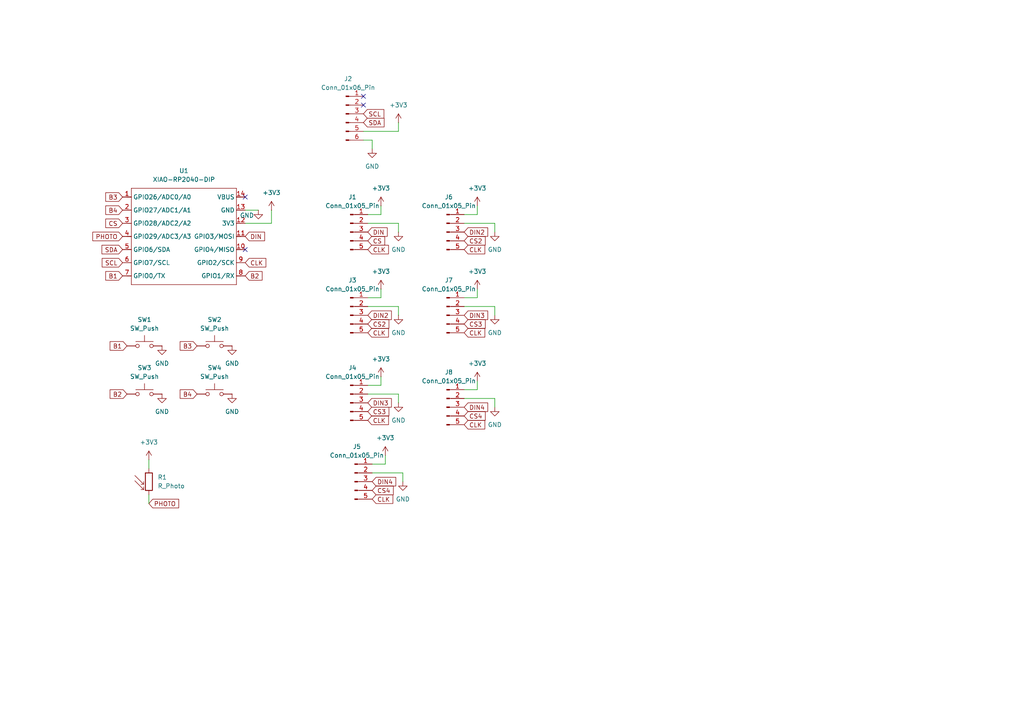
<source format=kicad_sch>
(kicad_sch (version 20250114) (generator "eeschema") (generator_version "9.0")
  (paper "A4")
  (lib_symbols
    (symbol "Connector:Conn_01x05_Pin" (pin_names (offset 1.016) (hide yes))
      (property "Reference" "J" (at 0 7.62 0))
      (property "Value" "Conn_01x05_Pin" (at 0 -7.62 0))
      (symbol "Conn_01x05_Pin_1_1"
        (rectangle (start 0.8636 5.207) (end 0 4.953) (stroke (width 0.1524)) (fill (type outline)))
        (rectangle (start 0.8636 2.667) (end 0 2.413) (stroke (width 0.1524)) (fill (type outline)))
        (rectangle (start 0.8636 0.127) (end 0 -0.127) (stroke (width 0.1524)) (fill (type outline)))
        (rectangle (start 0.8636 -2.413) (end 0 -2.667) (stroke (width 0.1524)) (fill (type outline)))
        (rectangle (start 0.8636 -4.953) (end 0 -5.207) (stroke (width 0.1524)) (fill (type outline)))
        (polyline (pts (xy 1.27 5.08) (xy 0.8636 5.08)) (stroke (width 0.1524)))
        (polyline (pts (xy 1.27 2.54) (xy 0.8636 2.54)) (stroke (width 0.1524)))
        (polyline (pts (xy 1.27 0) (xy 0.8636 0)) (stroke (width 0.1524)))
        (polyline (pts (xy 1.27 -2.54) (xy 0.8636 -2.54)) (stroke (width 0.1524)))
        (polyline (pts (xy 1.27 -5.08) (xy 0.8636 -5.08)) (stroke (width 0.1524)))
        (pin passive line (at 5.08 5.08 180) (length 3.81) (name "Pin_1") (number "1"))
        (pin passive line (at 5.08 2.54 180) (length 3.81) (name "Pin_2") (number "2"))
        (pin passive line (at 5.08 0 180) (length 3.81) (name "Pin_3") (number "3"))
        (pin passive line (at 5.08 -2.54 180) (length 3.81) (name "Pin_4") (number "4"))
        (pin passive line (at 5.08 -5.08 180) (length 3.81) (name "Pin_5") (number "5"))
      )
    )
    (symbol "Connector:Conn_01x06_Pin" (pin_names (offset 1.016) (hide yes))
      (property "Reference" "J" (at 0 7.62 0))
      (property "Value" "Conn_01x06_Pin" (at 0 -10.16 0))
      (symbol "Conn_01x06_Pin_1_1"
        (rectangle (start 0.8636 5.207) (end 0 4.953) (stroke (width 0.1524)) (fill (type outline)))
        (rectangle (start 0.8636 2.667) (end 0 2.413) (stroke (width 0.1524)) (fill (type outline)))
        (rectangle (start 0.8636 0.127) (end 0 -0.127) (stroke (width 0.1524)) (fill (type outline)))
        (rectangle (start 0.8636 -2.413) (end 0 -2.667) (stroke (width 0.1524)) (fill (type outline)))
        (rectangle (start 0.8636 -4.953) (end 0 -5.207) (stroke (width 0.1524)) (fill (type outline)))
        (rectangle (start 0.8636 -7.493) (end 0 -7.747) (stroke (width 0.1524)) (fill (type outline)))
        (polyline (pts (xy 1.27 5.08) (xy 0.8636 5.08)) (stroke (width 0.1524)))
        (polyline (pts (xy 1.27 2.54) (xy 0.8636 2.54)) (stroke (width 0.1524)))
        (polyline (pts (xy 1.27 0) (xy 0.8636 0)) (stroke (width 0.1524)))
        (polyline (pts (xy 1.27 -2.54) (xy 0.8636 -2.54)) (stroke (width 0.1524)))
        (polyline (pts (xy 1.27 -5.08) (xy 0.8636 -5.08)) (stroke (width 0.1524)))
        (polyline (pts (xy 1.27 -7.62) (xy 0.8636 -7.62)) (stroke (width 0.1524)))
        (pin passive line (at 5.08 5.08 180) (length 3.81) (name "Pin_1") (number "1"))
        (pin passive line (at 5.08 2.54 180) (length 3.81) (name "Pin_2") (number "2"))
        (pin passive line (at 5.08 0 180) (length 3.81) (name "Pin_3") (number "3"))
        (pin passive line (at 5.08 -2.54 180) (length 3.81) (name "Pin_4") (number "4"))
        (pin passive line (at 5.08 -5.08 180) (length 3.81) (name "Pin_5") (number "5"))
        (pin passive line (at 5.08 -7.62 180) (length 3.81) (name "Pin_6") (number "6"))
      )
    )
    (symbol "Device:R_Photo" (pin_numbers (hide yes)) (pin_names (offset 0))
      (property "Reference" "R" (at 1.27 1.27 0))
      (property "Value" "R_Photo" (at 1.27 0 0))
      (symbol "R_Photo_0_1"
        (polyline (pts (xy -1.524 -0.762) (xy -4.064 1.778)))
        (polyline (pts (xy -1.524 -0.762) (xy -2.286 -0.762)))
        (polyline (pts (xy -1.524 -0.762) (xy -1.524 0)))
        (polyline (pts (xy -1.524 -2.286) (xy -4.064 0.254)))
        (polyline (pts (xy -1.524 -2.286) (xy -2.286 -2.286)))
        (polyline (pts (xy -1.524 -2.286) (xy -1.524 -1.524)))
        (rectangle (start -1.016 2.54) (end 1.016 -2.54) (stroke (width 0.254)))
      )
      (symbol "R_Photo_1_1"
        (pin passive line (at 0 3.81 270) (length 1.27) (name "~") (number "1"))
        (pin passive line (at 0 -3.81 90) (length 1.27) (name "~") (number "2"))
      )
    )
    (symbol "Seeed_Studio_XIAO_Series:XIAO-RP2040-DIP"
      (property "Reference" "U" (at 0 0 0))
      (property "Value" "XIAO-RP2040-DIP" (at 5.334 -1.778 0))
      (symbol "XIAO-RP2040-DIP_1_0"
        (polyline (pts (xy -1.27 -2.54) (xy 29.21 -2.54)) (stroke (width 0.1524)))
        (polyline (pts (xy -1.27 -5.08) (xy -2.54 -5.08)) (stroke (width 0.1524)))
        (polyline (pts (xy -1.27 -5.08) (xy -1.27 -2.54)) (stroke (width 0.1524)))
        (polyline (pts (xy -1.27 -8.89) (xy -2.54 -8.89)) (stroke (width 0.1524)))
        (polyline (pts (xy -1.27 -8.89) (xy -1.27 -5.08)) (stroke (width 0.1524)))
        (polyline (pts (xy -1.27 -12.7) (xy -2.54 -12.7)) (stroke (width 0.1524)))
        (polyline (pts (xy -1.27 -12.7) (xy -1.27 -8.89)) (stroke (width 0.1524)))
        (polyline (pts (xy -1.27 -16.51) (xy -2.54 -16.51)) (stroke (width 0.1524)))
        (polyline (pts (xy -1.27 -16.51) (xy -1.27 -12.7)) (stroke (width 0.1524)))
        (polyline (pts (xy -1.27 -20.32) (xy -2.54 -20.32)) (stroke (width 0.1524)))
        (polyline (pts (xy -1.27 -24.13) (xy -2.54 -24.13)) (stroke (width 0.1524)))
        (polyline (pts (xy -1.27 -27.94) (xy -2.54 -27.94)) (stroke (width 0.1524)))
        (polyline (pts (xy -1.27 -30.48) (xy -1.27 -16.51)) (stroke (width 0.1524)))
        (polyline (pts (xy 29.21 -2.54) (xy 29.21 -5.08)) (stroke (width 0.1524)))
        (polyline (pts (xy 29.21 -5.08) (xy 29.21 -8.89)) (stroke (width 0.1524)))
        (polyline (pts (xy 29.21 -8.89) (xy 29.21 -12.7)) (stroke (width 0.1524)))
        (polyline (pts (xy 29.21 -12.7) (xy 29.21 -30.48)) (stroke (width 0.1524)))
        (polyline (pts (xy 29.21 -30.48) (xy -1.27 -30.48)) (stroke (width 0.1524)))
        (polyline (pts (xy 30.48 -5.08) (xy 29.21 -5.08)) (stroke (width 0.1524)))
        (polyline (pts (xy 30.48 -8.89) (xy 29.21 -8.89)) (stroke (width 0.1524)))
        (polyline (pts (xy 30.48 -12.7) (xy 29.21 -12.7)) (stroke (width 0.1524)))
        (polyline (pts (xy 30.48 -16.51) (xy 29.21 -16.51)) (stroke (width 0.1524)))
        (polyline (pts (xy 30.48 -20.32) (xy 29.21 -20.32)) (stroke (width 0.1524)))
        (polyline (pts (xy 30.48 -24.13) (xy 29.21 -24.13)) (stroke (width 0.1524)))
        (polyline (pts (xy 30.48 -27.94) (xy 29.21 -27.94)) (stroke (width 0.1524)))
        (pin passive line (at -3.81 -5.08 0) (length 2.54) (name "GPIO26/ADC0/A0") (number "1"))
        (pin passive line (at -3.81 -8.89 0) (length 2.54) (name "GPIO27/ADC1/A1") (number "2"))
        (pin passive line (at -3.81 -12.7 0) (length 2.54) (name "GPIO28/ADC2/A2") (number "3"))
        (pin passive line (at -3.81 -16.51 0) (length 2.54) (name "GPIO29/ADC3/A3") (number "4"))
        (pin passive line (at -3.81 -20.32 0) (length 2.54) (name "GPIO6/SDA") (number "5"))
        (pin passive line (at -3.81 -24.13 0) (length 2.54) (name "GPIO7/SCL") (number "6"))
        (pin passive line (at -3.81 -27.94 0) (length 2.54) (name "GPIO0/TX") (number "7"))
        (pin passive line (at 31.75 -5.08 180) (length 2.54) (name "VBUS") (number "14"))
        (pin passive line (at 31.75 -8.89 180) (length 2.54) (name "GND") (number "13"))
        (pin passive line (at 31.75 -12.7 180) (length 2.54) (name "3V3") (number "12"))
        (pin passive line (at 31.75 -16.51 180) (length 2.54) (name "GPIO3/MOSI") (number "11"))
        (pin passive line (at 31.75 -20.32 180) (length 2.54) (name "GPIO4/MISO") (number "10"))
        (pin passive line (at 31.75 -24.13 180) (length 2.54) (name "GPIO2/SCK") (number "9"))
        (pin passive line (at 31.75 -27.94 180) (length 2.54) (name "GPIO1/RX") (number "8"))
      )
    )
    (symbol "Switch:SW_Push" (pin_numbers (hide yes)) (pin_names (offset 1.016) (hide yes))
      (property "Reference" "SW" (at 1.27 2.54 0))
      (property "Value" "SW_Push" (at 0 -1.524 0))
      (symbol "SW_Push_0_1"
        (circle (center -2.032 0) (radius 0.508))
        (polyline (pts (xy 0 1.27) (xy 0 3.048)))
        (circle (center 2.032 0) (radius 0.508))
        (polyline (pts (xy 2.54 1.27) (xy -2.54 1.27)))
        (pin passive line (at -5.08 0 0) (length 2.54) (name "1") (number "1"))
        (pin passive line (at 5.08 0 180) (length 2.54) (name "2") (number "2"))
      )
    )
    (symbol "power:+3V3" (power) (pin_numbers (hide yes)) (pin_names (offset 0) (hide yes))
      (property "Value" "+3V3" (at 0 3.556 0))
      (symbol "+3V3_0_1"
        (polyline (pts (xy -0.762 1.27) (xy 0 2.54)))
        (polyline (pts (xy 0 2.54) (xy 0.762 1.27)))
        (polyline (pts (xy 0 0) (xy 0 2.54)))
      )
      (symbol "+3V3_1_1"
        (pin power_in line (at 0 0 90) (length 0) (name "~") (number "1"))
      )
    )
    (symbol "power:GND" (power) (pin_numbers (hide yes)) (pin_names (offset 0) (hide yes))
      (property "Value" "GND" (at 0 -3.81 0))
      (symbol "GND_0_1"
        (polyline (pts (xy 0 0) (xy 0 -1.27) (xy 1.27 -1.27) (xy 0 -2.54) (xy -1.27 -1.27) (xy 0 -1.27)))
      )
      (symbol "GND_1_1"
        (pin power_in line (at 0 0 270) (length 0) (name "~") (number "1"))
      )
    )
  )
  (no_connect (at 71.12 72.39))
  (no_connect (at 105.41 27.94))
  (no_connect (at 71.12 57.15))
  (no_connect (at 105.41 30.48))
  (wire (pts (xy 138.43 59.69) (xy 138.43 62.23)))
  (wire (pts (xy 110.49 59.69) (xy 110.49 62.23)))
  (wire (pts (xy 106.68 64.77) (xy 115.57 64.77)))
  (wire (pts (xy 107.95 40.64) (xy 107.95 43.18)))
  (wire (pts (xy 111.76 132.08) (xy 111.76 134.62)))
  (wire (pts (xy 115.57 88.9) (xy 115.57 91.44)))
  (wire (pts (xy 43.18 146.05) (xy 43.18 143.51)))
  (wire (pts (xy 143.51 88.9) (xy 143.51 91.44)))
  (wire (pts (xy 110.49 62.23) (xy 106.68 62.23)))
  (wire (pts (xy 105.41 38.1) (xy 115.57 38.1)))
  (wire (pts (xy 138.43 86.36) (xy 134.62 86.36)))
  (wire (pts (xy 107.95 137.16) (xy 116.84 137.16)))
  (wire (pts (xy 143.51 64.77) (xy 143.51 67.31)))
  (wire (pts (xy 106.68 88.9) (xy 115.57 88.9)))
  (wire (pts (xy 111.76 134.62) (xy 107.95 134.62)))
  (wire (pts (xy 138.43 110.49) (xy 138.43 113.03)))
  (wire (pts (xy 138.43 83.82) (xy 138.43 86.36)))
  (wire (pts (xy 115.57 35.56) (xy 115.57 38.1)))
  (wire (pts (xy 71.12 64.77) (xy 78.74 64.77)))
  (wire (pts (xy 138.43 113.03) (xy 134.62 113.03)))
  (wire (pts (xy 78.74 60.96) (xy 78.74 64.77)))
  (wire (pts (xy 106.68 114.3) (xy 115.57 114.3)))
  (wire (pts (xy 134.62 88.9) (xy 143.51 88.9)))
  (wire (pts (xy 116.84 137.16) (xy 116.84 139.7)))
  (wire (pts (xy 115.57 114.3) (xy 115.57 116.84)))
  (wire (pts (xy 110.49 86.36) (xy 106.68 86.36)))
  (wire (pts (xy 143.51 115.57) (xy 143.51 118.11)))
  (wire (pts (xy 138.43 62.23) (xy 134.62 62.23)))
  (wire (pts (xy 115.57 64.77) (xy 115.57 67.31)))
  (wire (pts (xy 43.18 133.35) (xy 43.18 135.89)))
  (wire (pts (xy 110.49 109.22) (xy 110.49 111.76)))
  (wire (pts (xy 110.49 83.82) (xy 110.49 86.36)))
  (wire (pts (xy 110.49 111.76) (xy 106.68 111.76)))
  (wire (pts (xy 105.41 40.64) (xy 107.95 40.64)))
  (wire (pts (xy 134.62 115.57) (xy 143.51 115.57)))
  (wire (pts (xy 134.62 64.77) (xy 143.51 64.77)))
  (wire (pts (xy 71.12 60.96) (xy 74.93 60.96)))
  (global_label "CLK" (shape input) (at 107.95 144.78 0) (property "Intersheetrefs" "${INTERSHEET_REFS}" (effects (hide yes))))
  (global_label "CS2" (shape input) (at 106.68 93.98 0) (property "Intersheetrefs" "${INTERSHEET_REFS}" (effects (hide yes))))
  (global_label "CLK" (shape input) (at 106.68 72.39 0) (property "Intersheetrefs" "${INTERSHEET_REFS}" (effects (hide yes))))
  (global_label "DIN3" (shape input) (at 134.62 91.44 0) (property "Intersheetrefs" "${INTERSHEET_REFS}" (effects (hide yes))))
  (global_label "SCL" (shape input) (at 35.56 76.2 180) (property "Intersheetrefs" "${INTERSHEET_REFS}" (effects (hide yes))))
  (global_label "CLK" (shape input) (at 134.62 72.39 0) (property "Intersheetrefs" "${INTERSHEET_REFS}" (effects (hide yes))))
  (global_label "DIN3" (shape input) (at 106.68 116.84 0) (property "Intersheetrefs" "${INTERSHEET_REFS}" (effects (hide yes))))
  (global_label "CS3" (shape input) (at 134.62 93.98 0) (property "Intersheetrefs" "${INTERSHEET_REFS}" (effects (hide yes))))
  (global_label "CS" (shape input) (at 35.56 64.77 180) (property "Intersheetrefs" "${INTERSHEET_REFS}" (effects (hide yes))))
  (global_label "B2" (shape input) (at 36.83 114.3 180) (property "Intersheetrefs" "${INTERSHEET_REFS}" (effects (hide yes))))
  (global_label "SDA" (shape input) (at 35.56 72.39 180) (property "Intersheetrefs" "${INTERSHEET_REFS}" (effects (hide yes))))
  (global_label "DIN" (shape input) (at 106.68 67.31 0) (property "Intersheetrefs" "${INTERSHEET_REFS}" (effects (hide yes))))
  (global_label "CLK" (shape input) (at 106.68 121.92 0) (property "Intersheetrefs" "${INTERSHEET_REFS}" (effects (hide yes))))
  (global_label "CS2" (shape input) (at 134.62 69.85 0) (property "Intersheetrefs" "${INTERSHEET_REFS}" (effects (hide yes))))
  (global_label "B1" (shape input) (at 35.56 80.01 180) (property "Intersheetrefs" "${INTERSHEET_REFS}" (effects (hide yes))))
  (global_label "CLK" (shape input) (at 134.62 123.19 0) (property "Intersheetrefs" "${INTERSHEET_REFS}" (effects (hide yes))))
  (global_label "CLK" (shape input) (at 134.62 96.52 0) (property "Intersheetrefs" "${INTERSHEET_REFS}" (effects (hide yes))))
  (global_label "CS" (shape input) (at 106.68 69.85 0) (property "Intersheetrefs" "${INTERSHEET_REFS}" (effects (hide yes))))
  (global_label "SCL" (shape input) (at 105.41 33.02 0) (property "Intersheetrefs" "${INTERSHEET_REFS}" (effects (hide yes))))
  (global_label "CS4" (shape input) (at 107.95 142.24 0) (property "Intersheetrefs" "${INTERSHEET_REFS}" (effects (hide yes))))
  (global_label "DIN2" (shape input) (at 106.68 91.44 0) (property "Intersheetrefs" "${INTERSHEET_REFS}" (effects (hide yes))))
  (global_label "B4" (shape input) (at 57.15 114.3 180) (property "Intersheetrefs" "${INTERSHEET_REFS}" (effects (hide yes))))
  (global_label "CS4" (shape input) (at 134.62 120.65 0) (property "Intersheetrefs" "${INTERSHEET_REFS}" (effects (hide yes))))
  (global_label "B3" (shape input) (at 57.15 100.33 180) (property "Intersheetrefs" "${INTERSHEET_REFS}" (effects (hide yes))))
  (global_label "PHOTO" (shape input) (at 43.18 146.05 0) (property "Intersheetrefs" "${INTERSHEET_REFS}" (effects (hide yes))))
  (global_label "CLK" (shape input) (at 106.68 96.52 0) (property "Intersheetrefs" "${INTERSHEET_REFS}" (effects (hide yes))))
  (global_label "DIN4" (shape input) (at 134.62 118.11 0) (property "Intersheetrefs" "${INTERSHEET_REFS}" (effects (hide yes))))
  (global_label "B3" (shape input) (at 35.56 57.15 180) (property "Intersheetrefs" "${INTERSHEET_REFS}" (effects (hide yes))))
  (global_label "SDA" (shape input) (at 105.41 35.56 0) (property "Intersheetrefs" "${INTERSHEET_REFS}" (effects (hide yes))))
  (global_label "DIN" (shape input) (at 71.12 68.58 0) (property "Intersheetrefs" "${INTERSHEET_REFS}" (effects (hide yes))))
  (global_label "CS3" (shape input) (at 106.68 119.38 0) (property "Intersheetrefs" "${INTERSHEET_REFS}" (effects (hide yes))))
  (global_label "CLK" (shape input) (at 71.12 76.2 0) (property "Intersheetrefs" "${INTERSHEET_REFS}" (effects (hide yes))))
  (global_label "DIN2" (shape input) (at 134.62 67.31 0) (property "Intersheetrefs" "${INTERSHEET_REFS}" (effects (hide yes))))
  (global_label "PHOTO" (shape input) (at 35.56 68.58 180) (property "Intersheetrefs" "${INTERSHEET_REFS}" (effects (hide yes))))
  (global_label "B2" (shape input) (at 71.12 80.01 0) (property "Intersheetrefs" "${INTERSHEET_REFS}" (effects (hide yes))))
  (global_label "DIN4" (shape input) (at 107.95 139.7 0) (property "Intersheetrefs" "${INTERSHEET_REFS}" (effects (hide yes))))
  (global_label "B4" (shape input) (at 35.56 60.96 180) (property "Intersheetrefs" "${INTERSHEET_REFS}" (effects (hide yes))))
  (global_label "B1" (shape input) (at 36.83 100.33 180) (property "Intersheetrefs" "${INTERSHEET_REFS}" (effects (hide yes))))
  (symbol (lib_id "power:+3V3") (at 110.49 59.69 0) (unit 1)
    (property "Reference" "#PWR04" (effects (hide yes)))
    (property "Value" "+3V3" (at 110.49 54.61 0))
    (property "Description" "Power symbol creates a global label with name \"+3V3\"" (effects (hide yes)))
  )
  (symbol (lib_id "Connector:Conn_01x05_Pin") (at 129.54 67.31 0) (unit 1)
    (property "Reference" "J6" (at 130.175 57.15 0))
    (property "Value" "Conn_01x05_Pin" (at 130.175 59.69 0))
    (property "Footprint" "Connector_PinHeader_2.54mm:PinHeader_1x05_P2.54mm_Vertical" (effects (hide yes)))
    (property "Description" "Generic connector, single row, 01x05, script generated" (effects (hide yes)))
  )
  (symbol (lib_id "power:+3V3") (at 43.18 133.35 0) (unit 1)
    (property "Reference" "#PWR01" (effects (hide yes)))
    (property "Value" "+3V3" (at 43.18 128.27 0))
    (property "Description" "Power symbol creates a global label with name \"+3V3\"" (effects (hide yes)))
  )
  (symbol (lib_id "power:+3V3") (at 115.57 35.56 0) (unit 1)
    (property "Reference" "#PWR03" (effects (hide yes)))
    (property "Value" "+3V3" (at 115.57 30.48 0))
    (property "Description" "Power symbol creates a global label with name \"+3V3\"" (effects (hide yes)))
  )
  (symbol (lib_id "power:+3V3") (at 110.49 109.22 0) (unit 1)
    (property "Reference" "#PWR014" (effects (hide yes)))
    (property "Value" "+3V3" (at 110.49 104.14 0))
    (property "Description" "Power symbol creates a global label with name \"+3V3\"" (effects (hide yes)))
  )
  (symbol (lib_id "Switch:SW_Push") (at 41.91 100.33 0) (unit 1)
    (property "Reference" "SW1" (at 41.91 92.71 0))
    (property "Value" "SW_Push" (at 41.91 95.25 0))
    (property "Footprint" "Button_Switch_Keyboard:SW_Cherry_MX_1.00u_PCB" (effects (hide yes)))
    (property "Description" "Push button switch, generic, two pins" (effects (hide yes)))
  )
  (symbol (lib_id "power:+3V3") (at 138.43 83.82 0) (unit 1)
    (property "Reference" "#PWR020" (effects (hide yes)))
    (property "Value" "+3V3" (at 138.43 78.74 0))
    (property "Description" "Power symbol creates a global label with name \"+3V3\"" (effects (hide yes)))
  )
  (symbol (lib_id "Connector:Conn_01x05_Pin") (at 101.6 116.84 0) (unit 1)
    (property "Reference" "J4" (at 102.235 106.68 0))
    (property "Value" "Conn_01x05_Pin" (at 102.235 109.22 0))
    (property "Footprint" "Connector_PinHeader_2.54mm:PinHeader_1x05_P2.54mm_Vertical" (effects (hide yes)))
    (property "Description" "Generic connector, single row, 01x05, script generated" (effects (hide yes)))
  )
  (symbol (lib_id "power:GND") (at 143.51 67.31 0) (unit 1)
    (property "Reference" "#PWR019" (effects (hide yes)))
    (property "Value" "GND" (at 143.51 72.39 0))
    (property "Description" "Power symbol creates a global label with name \"GND\" , ground" (effects (hide yes)))
  )
  (symbol (lib_id "power:GND") (at 107.95 43.18 0) (unit 1)
    (property "Reference" "#PWR02" (effects (hide yes)))
    (property "Value" "GND" (at 107.95 48.26 0))
    (property "Description" "Power symbol creates a global label with name \"GND\" , ground" (effects (hide yes)))
  )
  (symbol (lib_id "power:+3V3") (at 138.43 110.49 0) (unit 1)
    (property "Reference" "#PWR022" (effects (hide yes)))
    (property "Value" "+3V3" (at 138.43 105.41 0))
    (property "Description" "Power symbol creates a global label with name \"+3V3\"" (effects (hide yes)))
  )
  (symbol (lib_id "power:GND") (at 115.57 67.31 0) (unit 1)
    (property "Reference" "#PWR05" (effects (hide yes)))
    (property "Value" "GND" (at 115.57 72.39 0))
    (property "Description" "Power symbol creates a global label with name \"GND\" , ground" (effects (hide yes)))
  )
  (symbol (lib_id "power:+3V3") (at 138.43 59.69 0) (unit 1)
    (property "Reference" "#PWR018" (effects (hide yes)))
    (property "Value" "+3V3" (at 138.43 54.61 0))
    (property "Description" "Power symbol creates a global label with name \"+3V3\"" (effects (hide yes)))
  )
  (symbol (lib_id "power:GND") (at 116.84 139.7 0) (unit 1)
    (property "Reference" "#PWR017" (effects (hide yes)))
    (property "Value" "GND" (at 116.84 144.78 0))
    (property "Description" "Power symbol creates a global label with name \"GND\" , ground" (effects (hide yes)))
  )
  (symbol (lib_id "power:GND") (at 67.31 100.33 0) (unit 1)
    (property "Reference" "#PWR07" (effects (hide yes)))
    (property "Value" "GND" (at 67.31 105.41 0))
    (property "Description" "Power symbol creates a global label with name \"GND\" , ground" (effects (hide yes)))
  )
  (symbol (lib_id "power:+3V3") (at 111.76 132.08 0) (unit 1)
    (property "Reference" "#PWR016" (effects (hide yes)))
    (property "Value" "+3V3" (at 111.76 127 0))
    (property "Description" "Power symbol creates a global label with name \"+3V3\"" (effects (hide yes)))
  )
  (symbol (lib_id "power:GND") (at 46.99 114.3 0) (unit 1)
    (property "Reference" "#PWR09" (effects (hide yes)))
    (property "Value" "GND" (at 46.99 119.38 0))
    (property "Description" "Power symbol creates a global label with name \"GND\" , ground" (effects (hide yes)))
  )
  (symbol (lib_id "power:GND") (at 143.51 91.44 0) (unit 1)
    (property "Reference" "#PWR021" (effects (hide yes)))
    (property "Value" "GND" (at 143.51 96.52 0))
    (property "Description" "Power symbol creates a global label with name \"GND\" , ground" (effects (hide yes)))
  )
  (symbol (lib_id "Connector:Conn_01x05_Pin") (at 129.54 91.44 0) (unit 1)
    (property "Reference" "J7" (at 130.175 81.28 0))
    (property "Value" "Conn_01x05_Pin" (at 130.175 83.82 0))
    (property "Footprint" "Connector_PinHeader_2.54mm:PinHeader_1x05_P2.54mm_Vertical" (effects (hide yes)))
    (property "Description" "Generic connector, single row, 01x05, script generated" (effects (hide yes)))
  )
  (symbol (lib_id "power:GND") (at 115.57 91.44 0) (unit 1)
    (property "Reference" "#PWR013" (effects (hide yes)))
    (property "Value" "GND" (at 115.57 96.52 0))
    (property "Description" "Power symbol creates a global label with name \"GND\" , ground" (effects (hide yes)))
  )
  (symbol (lib_id "power:GND") (at 143.51 118.11 0) (unit 1)
    (property "Reference" "#PWR023" (effects (hide yes)))
    (property "Value" "GND" (at 143.51 123.19 0))
    (property "Description" "Power symbol creates a global label with name \"GND\" , ground" (effects (hide yes)))
  )
  (symbol (lib_id "power:+3V3") (at 78.74 60.96 0) (unit 1)
    (property "Reference" "#PWR010" (effects (hide yes)))
    (property "Value" "+3V3" (at 78.74 55.88 0))
    (property "Description" "Power symbol creates a global label with name \"+3V3\"" (effects (hide yes)))
  )
  (symbol (lib_id "power:GND") (at 115.57 116.84 0) (unit 1)
    (property "Reference" "#PWR015" (effects (hide yes)))
    (property "Value" "GND" (at 115.57 121.92 0))
    (property "Description" "Power symbol creates a global label with name \"GND\" , ground" (effects (hide yes)))
  )
  (symbol (lib_id "Connector:Conn_01x06_Pin") (at 100.33 33.02 0) (unit 1)
    (property "Reference" "J2" (at 100.965 22.86 0))
    (property "Value" "Conn_01x06_Pin" (at 100.965 25.4 0))
    (property "Footprint" "Connector_PinHeader_2.54mm:PinHeader_1x06_P2.54mm_Vertical" (effects (hide yes)))
    (property "Description" "Generic connector, single row, 01x06, script generated" (effects (hide yes)))
  )
  (symbol (lib_id "power:GND") (at 74.93 60.96 0) (unit 1)
    (property "Reference" "#PWR011" (effects (hide yes)))
    (property "Value" "GND" (at 71.628 62.484 0))
    (property "Description" "Power symbol creates a global label with name \"GND\" , ground" (effects (hide yes)))
  )
  (symbol (lib_id "Connector:Conn_01x05_Pin") (at 129.54 118.11 0) (unit 1)
    (property "Reference" "J8" (at 130.175 107.95 0))
    (property "Value" "Conn_01x05_Pin" (at 130.175 110.49 0))
    (property "Footprint" "Connector_PinHeader_2.54mm:PinHeader_1x05_P2.54mm_Vertical" (effects (hide yes)))
    (property "Description" "Generic connector, single row, 01x05, script generated" (effects (hide yes)))
  )
  (symbol (lib_id "Switch:SW_Push") (at 41.91 114.3 0) (unit 1)
    (property "Reference" "SW3" (at 41.91 106.68 0))
    (property "Value" "SW_Push" (at 41.91 109.22 0))
    (property "Footprint" "Button_Switch_Keyboard:SW_Cherry_MX_1.00u_PCB" (effects (hide yes)))
    (property "Description" "Push button switch, generic, two pins" (effects (hide yes)))
  )
  (symbol (lib_id "power:GND") (at 46.99 100.33 0) (unit 1)
    (property "Reference" "#PWR06" (effects (hide yes)))
    (property "Value" "GND" (at 46.99 105.41 0))
    (property "Description" "Power symbol creates a global label with name \"GND\" , ground" (effects (hide yes)))
  )
  (symbol (lib_id "Device:R_Photo") (at 43.18 139.7 0) (unit 1)
    (property "Reference" "R1" (at 45.72 138.4299 0) (effects (justify left)))
    (property "Value" "R_Photo" (at 45.72 140.9699 0) (effects (justify left)))
    (property "Footprint" "Resistor_THT:R_Axial_DIN0204_L3.6mm_D1.6mm_P1.90mm_Vertical" (effects (hide yes)))
    (property "Description" "Photoresistor" (effects (hide yes)))
  )
  (symbol (lib_id "Connector:Conn_01x05_Pin") (at 101.6 91.44 0) (unit 1)
    (property "Reference" "J3" (at 102.235 81.28 0))
    (property "Value" "Conn_01x05_Pin" (at 102.235 83.82 0))
    (property "Footprint" "Connector_PinHeader_2.54mm:PinHeader_1x05_P2.54mm_Vertical" (effects (hide yes)))
    (property "Description" "Generic connector, single row, 01x05, script generated" (effects (hide yes)))
  )
  (symbol (lib_id "Seeed_Studio_XIAO_Series:XIAO-RP2040-DIP") (at 39.37 52.07 0) (unit 1)
    (property "Reference" "U1" (at 53.34 49.53 0))
    (property "Value" "XIAO-RP2040-DIP" (at 53.34 52.07 0))
    (property "Footprint" "EE Parts:XIAO-RP2040-DIP" (effects (hide yes)))
  )
  (symbol (lib_id "power:+3V3") (at 110.49 83.82 0) (unit 1)
    (property "Reference" "#PWR012" (effects (hide yes)))
    (property "Value" "+3V3" (at 110.49 78.74 0))
    (property "Description" "Power symbol creates a global label with name \"+3V3\"" (effects (hide yes)))
  )
  (symbol (lib_id "Switch:SW_Push") (at 62.23 114.3 0) (unit 1)
    (property "Reference" "SW4" (at 62.23 106.68 0))
    (property "Value" "SW_Push" (at 62.23 109.22 0))
    (property "Footprint" "Button_Switch_Keyboard:SW_Cherry_MX_1.00u_PCB" (effects (hide yes)))
    (property "Description" "Push button switch, generic, two pins" (effects (hide yes)))
  )
  (symbol (lib_id "Switch:SW_Push") (at 62.23 100.33 0) (unit 1)
    (property "Reference" "SW2" (at 62.23 92.71 0))
    (property "Value" "SW_Push" (at 62.23 95.25 0))
    (property "Footprint" "Button_Switch_Keyboard:SW_Cherry_MX_1.00u_PCB" (effects (hide yes)))
    (property "Description" "Push button switch, generic, two pins" (effects (hide yes)))
  )
  (symbol (lib_id "power:GND") (at 67.31 114.3 0) (unit 1)
    (property "Reference" "#PWR08" (effects (hide yes)))
    (property "Value" "GND" (at 67.31 119.38 0))
    (property "Description" "Power symbol creates a global label with name \"GND\" , ground" (effects (hide yes)))
  )
  (symbol (lib_id "Connector:Conn_01x05_Pin") (at 102.87 139.7 0) (unit 1)
    (property "Reference" "J5" (at 103.505 129.54 0))
    (property "Value" "Conn_01x05_Pin" (at 103.505 132.08 0))
    (property "Footprint" "Connector_PinHeader_2.54mm:PinHeader_1x05_P2.54mm_Vertical" (effects (hide yes)))
    (property "Description" "Generic connector, single row, 01x05, script generated" (effects (hide yes)))
  )
  (symbol (lib_id "Connector:Conn_01x05_Pin") (at 101.6 67.31 0) (unit 1)
    (property "Reference" "J1" (at 102.235 57.15 0))
    (property "Value" "Conn_01x05_Pin" (at 102.235 59.69 0))
    (property "Footprint" "Connector_PinHeader_2.54mm:PinHeader_1x05_P2.54mm_Vertical" (effects (hide yes)))
    (property "Description" "Generic connector, single row, 01x05, script generated" (effects (hide yes)))
  )
)
</source>
